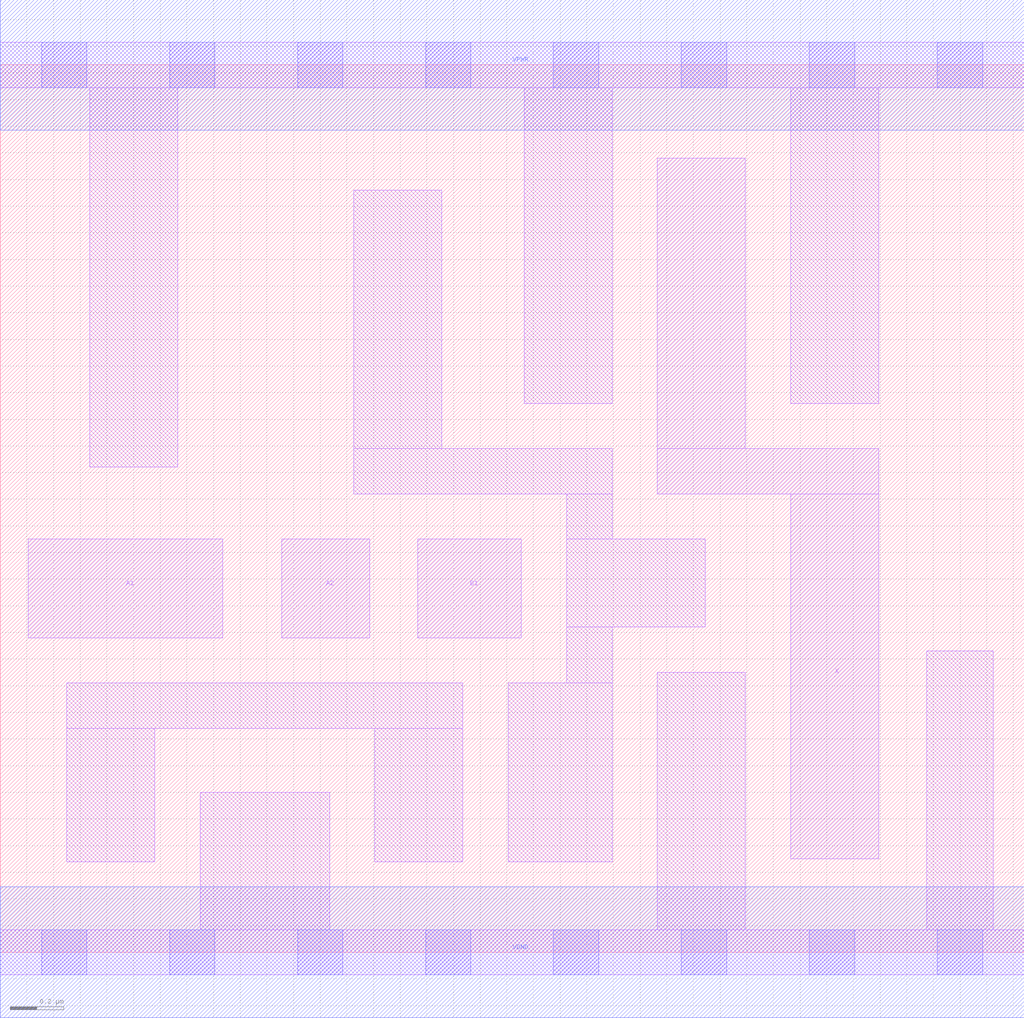
<source format=lef>
# Copyright 2020 The SkyWater PDK Authors
#
# Licensed under the Apache License, Version 2.0 (the "License");
# you may not use this file except in compliance with the License.
# You may obtain a copy of the License at
#
#     https://www.apache.org/licenses/LICENSE-2.0
#
# Unless required by applicable law or agreed to in writing, software
# distributed under the License is distributed on an "AS IS" BASIS,
# WITHOUT WARRANTIES OR CONDITIONS OF ANY KIND, either express or implied.
# See the License for the specific language governing permissions and
# limitations under the License.
#
# SPDX-License-Identifier: Apache-2.0

VERSION 5.5 ;
NAMESCASESENSITIVE ON ;
BUSBITCHARS "[]" ;
DIVIDERCHAR "/" ;
MACRO sky130_fd_sc_ls__o21a_2
  CLASS CORE ;
  SOURCE USER ;
  ORIGIN  0.000000  0.000000 ;
  SIZE  3.840000 BY  3.330000 ;
  SYMMETRY X Y ;
  SITE unit ;
  PIN A1
    ANTENNAGATEAREA  0.261000 ;
    DIRECTION INPUT ;
    USE SIGNAL ;
    PORT
      LAYER li1 ;
        RECT 0.105000 1.180000 0.835000 1.550000 ;
    END
  END A1
  PIN A2
    ANTENNAGATEAREA  0.261000 ;
    DIRECTION INPUT ;
    USE SIGNAL ;
    PORT
      LAYER li1 ;
        RECT 1.055000 1.180000 1.385000 1.550000 ;
    END
  END A2
  PIN B1
    ANTENNAGATEAREA  0.261000 ;
    DIRECTION INPUT ;
    USE SIGNAL ;
    PORT
      LAYER li1 ;
        RECT 1.565000 1.180000 1.955000 1.550000 ;
    END
  END B1
  PIN X
    ANTENNADIFFAREA  0.543200 ;
    DIRECTION OUTPUT ;
    USE SIGNAL ;
    PORT
      LAYER li1 ;
        RECT 2.465000 1.720000 3.295000 1.890000 ;
        RECT 2.465000 1.890000 2.795000 2.980000 ;
        RECT 2.965000 0.350000 3.295000 1.720000 ;
    END
  END X
  PIN VGND
    DIRECTION INOUT ;
    SHAPE ABUTMENT ;
    USE GROUND ;
    PORT
      LAYER met1 ;
        RECT 0.000000 -0.245000 3.840000 0.245000 ;
    END
  END VGND
  PIN VPWR
    DIRECTION INOUT ;
    SHAPE ABUTMENT ;
    USE POWER ;
    PORT
      LAYER met1 ;
        RECT 0.000000 3.085000 3.840000 3.575000 ;
    END
  END VPWR
  OBS
    LAYER li1 ;
      RECT 0.000000 -0.085000 3.840000 0.085000 ;
      RECT 0.000000  3.245000 3.840000 3.415000 ;
      RECT 0.250000  0.340000 0.580000 0.840000 ;
      RECT 0.250000  0.840000 1.735000 1.010000 ;
      RECT 0.335000  1.820000 0.665000 3.245000 ;
      RECT 0.750000  0.085000 1.235000 0.600000 ;
      RECT 1.325000  1.720000 2.295000 1.890000 ;
      RECT 1.325000  1.890000 1.655000 2.860000 ;
      RECT 1.405000  0.340000 1.735000 0.840000 ;
      RECT 1.905000  0.340000 2.295000 1.010000 ;
      RECT 1.965000  2.060000 2.295000 3.245000 ;
      RECT 2.125000  1.010000 2.295000 1.220000 ;
      RECT 2.125000  1.220000 2.645000 1.550000 ;
      RECT 2.125000  1.550000 2.295000 1.720000 ;
      RECT 2.465000  0.085000 2.795000 1.050000 ;
      RECT 2.965000  2.060000 3.295000 3.245000 ;
      RECT 3.475000  0.085000 3.725000 1.130000 ;
    LAYER mcon ;
      RECT 0.155000 -0.085000 0.325000 0.085000 ;
      RECT 0.155000  3.245000 0.325000 3.415000 ;
      RECT 0.635000 -0.085000 0.805000 0.085000 ;
      RECT 0.635000  3.245000 0.805000 3.415000 ;
      RECT 1.115000 -0.085000 1.285000 0.085000 ;
      RECT 1.115000  3.245000 1.285000 3.415000 ;
      RECT 1.595000 -0.085000 1.765000 0.085000 ;
      RECT 1.595000  3.245000 1.765000 3.415000 ;
      RECT 2.075000 -0.085000 2.245000 0.085000 ;
      RECT 2.075000  3.245000 2.245000 3.415000 ;
      RECT 2.555000 -0.085000 2.725000 0.085000 ;
      RECT 2.555000  3.245000 2.725000 3.415000 ;
      RECT 3.035000 -0.085000 3.205000 0.085000 ;
      RECT 3.035000  3.245000 3.205000 3.415000 ;
      RECT 3.515000 -0.085000 3.685000 0.085000 ;
      RECT 3.515000  3.245000 3.685000 3.415000 ;
  END
END sky130_fd_sc_ls__o21a_2

</source>
